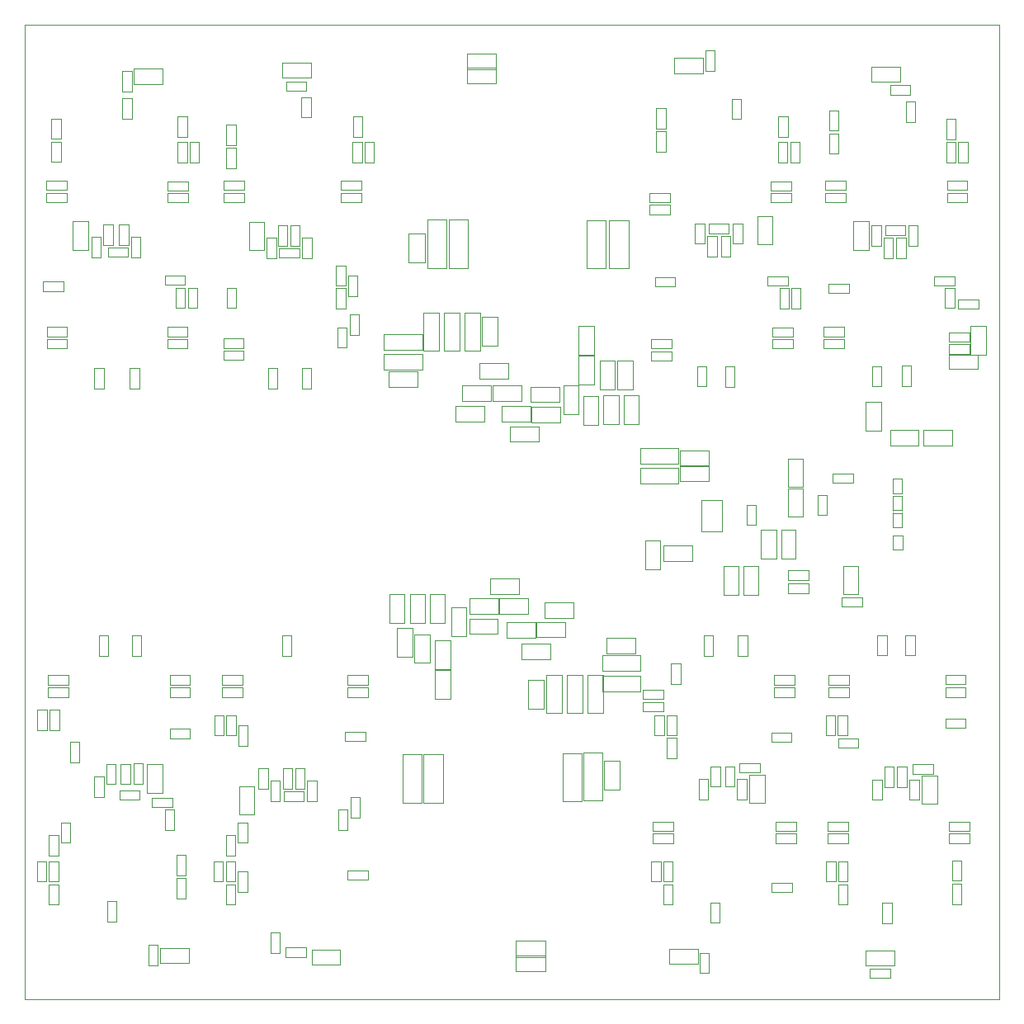
<source format=gbr>
G04 (created by PCBNEW (2013-mar-13)-testing) date Tue 16 Jul 2013 01:07:02 PM ICT*
%MOIN*%
G04 Gerber Fmt 3.4, Leading zero omitted, Abs format*
%FSLAX34Y34*%
G01*
G70*
G90*
G04 APERTURE LIST*
%ADD10C,0.00393701*%
%ADD11C,0.002*%
G04 APERTURE END LIST*
G54D10*
X38779Y-61023D02*
X78149Y-61023D01*
X78149Y-61023D02*
X78149Y-21653D01*
X78149Y-21653D02*
X38779Y-21653D01*
X38779Y-21653D02*
X38779Y-61023D01*
G54D11*
X56666Y-29538D02*
X56666Y-31484D01*
X55892Y-31484D02*
X55892Y-29538D01*
X55892Y-29538D02*
X56666Y-29538D01*
X56666Y-31484D02*
X55892Y-31484D01*
X55800Y-29538D02*
X55800Y-31484D01*
X55026Y-31484D02*
X55026Y-29538D01*
X55026Y-29538D02*
X55800Y-29538D01*
X55800Y-31484D02*
X55026Y-31484D01*
X62237Y-29558D02*
X62237Y-31504D01*
X61463Y-31504D02*
X61463Y-29558D01*
X61463Y-29558D02*
X62237Y-29558D01*
X62237Y-31504D02*
X61463Y-31504D01*
X63162Y-29558D02*
X63162Y-31504D01*
X62388Y-31504D02*
X62388Y-29558D01*
X62388Y-29558D02*
X63162Y-29558D01*
X63162Y-31504D02*
X62388Y-31504D01*
X60498Y-53029D02*
X60498Y-51083D01*
X61272Y-51083D02*
X61272Y-53029D01*
X61272Y-53029D02*
X60498Y-53029D01*
X60498Y-51083D02*
X61272Y-51083D01*
X61325Y-53009D02*
X61325Y-51063D01*
X62099Y-51063D02*
X62099Y-53009D01*
X62099Y-53009D02*
X61325Y-53009D01*
X61325Y-51063D02*
X62099Y-51063D01*
X54888Y-53079D02*
X54888Y-51133D01*
X55662Y-51133D02*
X55662Y-53079D01*
X55662Y-53079D02*
X54888Y-53079D01*
X54888Y-51133D02*
X55662Y-51133D01*
X54042Y-53079D02*
X54042Y-51133D01*
X54816Y-51133D02*
X54816Y-53079D01*
X54816Y-53079D02*
X54042Y-53079D01*
X54042Y-51133D02*
X54816Y-51133D01*
X74215Y-41377D02*
X74215Y-41968D01*
X74215Y-41966D02*
X73835Y-41966D01*
X73835Y-41968D02*
X73835Y-41377D01*
X73835Y-41379D02*
X74215Y-41379D01*
X74215Y-40688D02*
X74215Y-41279D01*
X74215Y-41277D02*
X73835Y-41277D01*
X73835Y-41279D02*
X73835Y-40688D01*
X73835Y-40690D02*
X74215Y-40690D01*
X74225Y-42283D02*
X74225Y-42874D01*
X74225Y-42872D02*
X73845Y-42872D01*
X73845Y-42874D02*
X73845Y-42283D01*
X73845Y-42285D02*
X74225Y-42285D01*
X74215Y-40000D02*
X74215Y-40590D01*
X74215Y-40588D02*
X73835Y-40588D01*
X73835Y-40590D02*
X73835Y-40000D01*
X73835Y-40001D02*
X74215Y-40001D01*
X69894Y-42058D02*
X69894Y-43216D01*
X69894Y-43226D02*
X69337Y-43226D01*
X69337Y-43226D02*
X69337Y-42068D01*
X69337Y-42058D02*
X69894Y-42058D01*
X76113Y-34996D02*
X77271Y-34996D01*
X77281Y-34996D02*
X77281Y-35554D01*
X77281Y-35554D02*
X76123Y-35554D01*
X76113Y-35554D02*
X76113Y-34996D01*
X66099Y-42114D02*
X66099Y-40857D01*
X66099Y-40857D02*
X66951Y-40857D01*
X66951Y-40867D02*
X66951Y-42104D01*
X66951Y-42114D02*
X66099Y-42114D01*
X44338Y-24048D02*
X43180Y-24048D01*
X43180Y-24048D02*
X43180Y-23431D01*
X43180Y-23431D02*
X44338Y-23431D01*
X44338Y-23431D02*
X44338Y-24048D01*
X50332Y-23802D02*
X49174Y-23802D01*
X49174Y-23802D02*
X49174Y-23185D01*
X49174Y-23185D02*
X50332Y-23185D01*
X50332Y-23185D02*
X50332Y-23802D01*
X48448Y-29617D02*
X48448Y-30775D01*
X48448Y-30775D02*
X47831Y-30775D01*
X47831Y-30775D02*
X47831Y-29617D01*
X47831Y-29617D02*
X48448Y-29617D01*
X41331Y-29598D02*
X41331Y-30756D01*
X41331Y-30756D02*
X40715Y-30756D01*
X40715Y-30756D02*
X40715Y-29598D01*
X40715Y-29598D02*
X41331Y-29598D01*
X43707Y-52695D02*
X43707Y-51537D01*
X43707Y-51537D02*
X44324Y-51537D01*
X44324Y-51537D02*
X44324Y-52695D01*
X44324Y-52695D02*
X43707Y-52695D01*
X47437Y-53571D02*
X47437Y-52413D01*
X47437Y-52413D02*
X48054Y-52413D01*
X48054Y-52413D02*
X48054Y-53571D01*
X48054Y-53571D02*
X47437Y-53571D01*
X45391Y-59570D02*
X44233Y-59570D01*
X44233Y-59570D02*
X44233Y-58953D01*
X44233Y-58953D02*
X45391Y-58953D01*
X45391Y-58953D02*
X45391Y-59570D01*
X51523Y-59629D02*
X50365Y-59629D01*
X50365Y-59629D02*
X50365Y-59012D01*
X50365Y-59012D02*
X51523Y-59012D01*
X51523Y-59012D02*
X51523Y-59629D01*
X64814Y-58992D02*
X65972Y-58992D01*
X65972Y-58992D02*
X65972Y-59609D01*
X65972Y-59609D02*
X64814Y-59609D01*
X64814Y-59609D02*
X64814Y-58992D01*
X72747Y-59051D02*
X73905Y-59051D01*
X73905Y-59051D02*
X73905Y-59668D01*
X73905Y-59668D02*
X72747Y-59668D01*
X72747Y-59668D02*
X72747Y-59051D01*
X68057Y-53108D02*
X68057Y-51950D01*
X68057Y-51950D02*
X68674Y-51950D01*
X68674Y-51950D02*
X68674Y-53108D01*
X68674Y-53108D02*
X68057Y-53108D01*
X75016Y-53138D02*
X75016Y-51980D01*
X75016Y-51980D02*
X75633Y-51980D01*
X75633Y-51980D02*
X75633Y-53138D01*
X75633Y-53138D02*
X75016Y-53138D01*
X68989Y-29381D02*
X68989Y-30539D01*
X68989Y-30539D02*
X68372Y-30539D01*
X68372Y-30539D02*
X68372Y-29381D01*
X68372Y-29381D02*
X68989Y-29381D01*
X72867Y-29598D02*
X72867Y-30756D01*
X72867Y-30756D02*
X72250Y-30756D01*
X72250Y-30756D02*
X72250Y-29598D01*
X72250Y-29598D02*
X72867Y-29598D01*
X65021Y-22998D02*
X66179Y-22998D01*
X66179Y-22998D02*
X66179Y-23615D01*
X66179Y-23615D02*
X65021Y-23615D01*
X65021Y-23615D02*
X65021Y-22998D01*
X72974Y-23353D02*
X74132Y-23353D01*
X74132Y-23353D02*
X74132Y-23969D01*
X74132Y-23969D02*
X72974Y-23969D01*
X72974Y-23969D02*
X72974Y-23353D01*
X59091Y-49279D02*
X59091Y-48121D01*
X59091Y-48121D02*
X59727Y-48121D01*
X59727Y-48131D02*
X59727Y-49289D01*
X59727Y-49289D02*
X59091Y-49289D01*
X57240Y-34634D02*
X57240Y-33476D01*
X57240Y-33476D02*
X57877Y-33476D01*
X57877Y-33485D02*
X57877Y-34643D01*
X57877Y-34643D02*
X57240Y-34643D01*
X53476Y-35666D02*
X54634Y-35666D01*
X54634Y-35666D02*
X54634Y-36302D01*
X54624Y-36302D02*
X53466Y-36302D01*
X53466Y-36302D02*
X53466Y-35666D01*
X57803Y-24034D02*
X56645Y-24034D01*
X56645Y-24034D02*
X56645Y-23398D01*
X56655Y-23398D02*
X57813Y-23398D01*
X57813Y-23398D02*
X57813Y-24034D01*
X57803Y-23475D02*
X56645Y-23475D01*
X56645Y-23475D02*
X56645Y-22839D01*
X56655Y-22839D02*
X57813Y-22839D01*
X57813Y-22839D02*
X57813Y-23475D01*
X58633Y-58677D02*
X59791Y-58677D01*
X59791Y-58677D02*
X59791Y-59314D01*
X59781Y-59314D02*
X58623Y-59314D01*
X58623Y-59314D02*
X58623Y-58677D01*
X58633Y-59268D02*
X59791Y-59268D01*
X59791Y-59268D02*
X59791Y-59904D01*
X59781Y-59904D02*
X58623Y-59904D01*
X58623Y-59904D02*
X58623Y-59268D01*
X66386Y-39491D02*
X65228Y-39491D01*
X65228Y-39491D02*
X65228Y-38855D01*
X65237Y-38855D02*
X66395Y-38855D01*
X66395Y-38855D02*
X66395Y-39491D01*
X66386Y-40101D02*
X65228Y-40101D01*
X65228Y-40101D02*
X65228Y-39465D01*
X65237Y-39465D02*
X66395Y-39465D01*
X66395Y-39465D02*
X66395Y-40101D01*
X64578Y-42693D02*
X65736Y-42693D01*
X65736Y-42693D02*
X65736Y-43329D01*
X65726Y-43329D02*
X64568Y-43329D01*
X64568Y-43329D02*
X64568Y-42693D01*
X57940Y-44840D02*
X59098Y-44840D01*
X59098Y-44840D02*
X59098Y-45477D01*
X59088Y-45477D02*
X57930Y-45477D01*
X57930Y-45477D02*
X57930Y-44840D01*
X57909Y-45469D02*
X56751Y-45469D01*
X56751Y-45469D02*
X56751Y-44832D01*
X56760Y-44832D02*
X57918Y-44832D01*
X57918Y-44832D02*
X57918Y-45469D01*
X53796Y-47193D02*
X53796Y-46035D01*
X53796Y-46035D02*
X54432Y-46035D01*
X54432Y-46045D02*
X54432Y-47203D01*
X54432Y-47203D02*
X53796Y-47203D01*
X62181Y-52557D02*
X62181Y-51399D01*
X62181Y-51399D02*
X62818Y-51399D01*
X62818Y-51409D02*
X62818Y-52567D01*
X62818Y-52567D02*
X62181Y-52567D01*
X58854Y-46666D02*
X60012Y-46666D01*
X60012Y-46666D02*
X60012Y-47303D01*
X60002Y-47303D02*
X58844Y-47303D01*
X58844Y-47303D02*
X58844Y-46666D01*
X62295Y-46414D02*
X63453Y-46414D01*
X63453Y-46414D02*
X63453Y-47050D01*
X63443Y-47050D02*
X62285Y-47050D01*
X62285Y-47050D02*
X62285Y-46414D01*
X58243Y-45784D02*
X59401Y-45784D01*
X59401Y-45784D02*
X59401Y-46421D01*
X59391Y-46421D02*
X58233Y-46421D01*
X58233Y-46421D02*
X58233Y-45784D01*
X55963Y-47753D02*
X55963Y-48911D01*
X55963Y-48911D02*
X55326Y-48911D01*
X55326Y-48901D02*
X55326Y-47743D01*
X55326Y-47743D02*
X55963Y-47743D01*
X59201Y-37693D02*
X58043Y-37693D01*
X58043Y-37693D02*
X58043Y-37056D01*
X58052Y-37056D02*
X59210Y-37056D01*
X59210Y-37056D02*
X59210Y-37693D01*
X59247Y-37103D02*
X60405Y-37103D01*
X60405Y-37103D02*
X60405Y-37740D01*
X60395Y-37740D02*
X59237Y-37740D01*
X59237Y-37740D02*
X59237Y-37103D01*
X63349Y-35247D02*
X63349Y-36405D01*
X63349Y-36405D02*
X62713Y-36405D01*
X62713Y-36395D02*
X62713Y-35237D01*
X62713Y-35237D02*
X63349Y-35237D01*
X54924Y-30090D02*
X54924Y-31248D01*
X54924Y-31248D02*
X54288Y-31248D01*
X54288Y-31238D02*
X54288Y-30080D01*
X54288Y-30080D02*
X54924Y-30080D01*
X58303Y-35953D02*
X57145Y-35953D01*
X57145Y-35953D02*
X57145Y-35316D01*
X57154Y-35316D02*
X58312Y-35316D01*
X58312Y-35316D02*
X58312Y-35953D01*
X58838Y-36866D02*
X57680Y-36866D01*
X57680Y-36866D02*
X57680Y-36229D01*
X57689Y-36229D02*
X58847Y-36229D01*
X58847Y-36229D02*
X58847Y-36866D01*
X61145Y-34978D02*
X61145Y-33820D01*
X61145Y-33820D02*
X61782Y-33820D01*
X61782Y-33829D02*
X61782Y-34987D01*
X61782Y-34987D02*
X61145Y-34987D01*
X63633Y-39563D02*
X65185Y-39563D01*
X65185Y-40199D02*
X63633Y-40199D01*
X63633Y-40199D02*
X63633Y-39563D01*
X65185Y-39563D02*
X65185Y-40199D01*
X63633Y-38756D02*
X65185Y-38756D01*
X65185Y-39392D02*
X63633Y-39392D01*
X63633Y-39392D02*
X63633Y-38756D01*
X65185Y-38756D02*
X65185Y-39392D01*
X60475Y-47924D02*
X60475Y-49476D01*
X59839Y-49476D02*
X59839Y-47924D01*
X59839Y-47924D02*
X60475Y-47924D01*
X60475Y-49476D02*
X59839Y-49476D01*
X61302Y-47924D02*
X61302Y-49476D01*
X60666Y-49476D02*
X60666Y-47924D01*
X60666Y-47924D02*
X61302Y-47924D01*
X61302Y-49476D02*
X60666Y-49476D01*
X62129Y-47924D02*
X62129Y-49476D01*
X61492Y-49476D02*
X61492Y-47924D01*
X61492Y-47924D02*
X62129Y-47924D01*
X62129Y-49476D02*
X61492Y-49476D01*
X62098Y-47949D02*
X63650Y-47949D01*
X63650Y-48585D02*
X62098Y-48585D01*
X62098Y-48585D02*
X62098Y-47949D01*
X63650Y-47949D02*
X63650Y-48585D01*
X62098Y-47122D02*
X63650Y-47122D01*
X63650Y-47759D02*
X62098Y-47759D01*
X62098Y-47759D02*
X62098Y-47122D01*
X63650Y-47122D02*
X63650Y-47759D01*
X56532Y-34831D02*
X56532Y-33279D01*
X57168Y-33279D02*
X57168Y-34831D01*
X57168Y-34831D02*
X56532Y-34831D01*
X56532Y-33279D02*
X57168Y-33279D01*
X55705Y-34831D02*
X55705Y-33279D01*
X56341Y-33279D02*
X56341Y-34831D01*
X56341Y-34831D02*
X55705Y-34831D01*
X55705Y-33279D02*
X56341Y-33279D01*
X54878Y-34831D02*
X54878Y-33279D01*
X55514Y-33279D02*
X55514Y-34831D01*
X55514Y-34831D02*
X54878Y-34831D01*
X54878Y-33279D02*
X55514Y-33279D01*
X54831Y-34806D02*
X53279Y-34806D01*
X53279Y-34170D02*
X54831Y-34170D01*
X54831Y-34170D02*
X54831Y-34806D01*
X53279Y-34806D02*
X53279Y-34170D01*
X54831Y-35593D02*
X53279Y-35593D01*
X53279Y-34957D02*
X54831Y-34957D01*
X54831Y-34957D02*
X54831Y-35593D01*
X53279Y-35593D02*
X53279Y-34957D01*
X68418Y-43535D02*
X68418Y-44693D01*
X68418Y-44693D02*
X67801Y-44693D01*
X67801Y-44693D02*
X67801Y-43535D01*
X67801Y-43535D02*
X68418Y-43535D01*
X67621Y-43535D02*
X67621Y-44693D01*
X67621Y-44693D02*
X67004Y-44693D01*
X67004Y-44693D02*
X67004Y-43535D01*
X67004Y-43535D02*
X67621Y-43535D01*
X72453Y-43515D02*
X72453Y-44673D01*
X72453Y-44673D02*
X71837Y-44673D01*
X71837Y-44673D02*
X71837Y-43515D01*
X71837Y-43515D02*
X72453Y-43515D01*
X68510Y-43226D02*
X68510Y-42068D01*
X68510Y-42068D02*
X69127Y-42068D01*
X69127Y-42068D02*
X69127Y-43226D01*
X69127Y-43226D02*
X68510Y-43226D01*
X76975Y-34988D02*
X76975Y-33830D01*
X76975Y-33830D02*
X77591Y-33830D01*
X77591Y-33830D02*
X77591Y-34988D01*
X77591Y-34988D02*
X76975Y-34988D01*
X73359Y-36901D02*
X73359Y-38059D01*
X73359Y-38059D02*
X72742Y-38059D01*
X72742Y-38059D02*
X72742Y-36901D01*
X72742Y-36901D02*
X73359Y-36901D01*
X75070Y-38038D02*
X76228Y-38038D01*
X76228Y-38038D02*
X76228Y-38654D01*
X76228Y-38654D02*
X75070Y-38654D01*
X75070Y-38654D02*
X75070Y-38038D01*
X74890Y-38654D02*
X73732Y-38654D01*
X73732Y-38654D02*
X73732Y-38038D01*
X73732Y-38038D02*
X74890Y-38038D01*
X74890Y-38038D02*
X74890Y-38654D01*
X70219Y-39184D02*
X70219Y-40342D01*
X70219Y-40342D02*
X69603Y-40342D01*
X69603Y-40342D02*
X69603Y-39184D01*
X69603Y-39184D02*
X70219Y-39184D01*
X70219Y-40385D02*
X70219Y-41543D01*
X70219Y-41543D02*
X69603Y-41543D01*
X69603Y-41543D02*
X69603Y-40385D01*
X69603Y-40385D02*
X70219Y-40385D01*
X64442Y-42491D02*
X64442Y-43649D01*
X64442Y-43649D02*
X63825Y-43649D01*
X63825Y-43649D02*
X63825Y-42491D01*
X63825Y-42491D02*
X64442Y-42491D01*
X56611Y-45194D02*
X56611Y-46352D01*
X56611Y-46352D02*
X55994Y-46352D01*
X55994Y-46352D02*
X55994Y-45194D01*
X55994Y-45194D02*
X56611Y-45194D01*
X54521Y-47438D02*
X54521Y-46280D01*
X54521Y-46280D02*
X55138Y-46280D01*
X55138Y-46280D02*
X55138Y-47438D01*
X55138Y-47438D02*
X54521Y-47438D01*
X54324Y-45824D02*
X54324Y-44666D01*
X54324Y-44666D02*
X54941Y-44666D01*
X54941Y-44666D02*
X54941Y-45824D01*
X54941Y-45824D02*
X54324Y-45824D01*
X57574Y-44031D02*
X58732Y-44031D01*
X58732Y-44031D02*
X58732Y-44648D01*
X58732Y-44648D02*
X57574Y-44648D01*
X57574Y-44648D02*
X57574Y-44031D01*
X54119Y-44662D02*
X54119Y-45820D01*
X54119Y-45820D02*
X53502Y-45820D01*
X53502Y-45820D02*
X53502Y-44662D01*
X53502Y-44662D02*
X54119Y-44662D01*
X55131Y-45824D02*
X55131Y-44666D01*
X55131Y-44666D02*
X55748Y-44666D01*
X55748Y-44666D02*
X55748Y-45824D01*
X55748Y-45824D02*
X55131Y-45824D01*
X55961Y-46532D02*
X55961Y-47690D01*
X55961Y-47690D02*
X55344Y-47690D01*
X55344Y-47690D02*
X55344Y-46532D01*
X55344Y-46532D02*
X55961Y-46532D01*
X59779Y-44995D02*
X60937Y-44995D01*
X60937Y-44995D02*
X60937Y-45612D01*
X60937Y-45612D02*
X59779Y-45612D01*
X59779Y-45612D02*
X59779Y-44995D01*
X59440Y-45794D02*
X60598Y-45794D01*
X60598Y-45794D02*
X60598Y-46411D01*
X60598Y-46411D02*
X59440Y-46411D01*
X59440Y-46411D02*
X59440Y-45794D01*
X57890Y-46278D02*
X56732Y-46278D01*
X56732Y-46278D02*
X56732Y-45661D01*
X56732Y-45661D02*
X57890Y-45661D01*
X57890Y-45661D02*
X57890Y-46278D01*
X60525Y-37379D02*
X60525Y-36221D01*
X60525Y-36221D02*
X61142Y-36221D01*
X61142Y-36221D02*
X61142Y-37379D01*
X61142Y-37379D02*
X60525Y-37379D01*
X62615Y-35233D02*
X62615Y-36391D01*
X62615Y-36391D02*
X61998Y-36391D01*
X61998Y-36391D02*
X61998Y-35233D01*
X61998Y-35233D02*
X62615Y-35233D01*
X62772Y-36631D02*
X62772Y-37789D01*
X62772Y-37789D02*
X62155Y-37789D01*
X62155Y-37789D02*
X62155Y-36631D01*
X62155Y-36631D02*
X62772Y-36631D01*
X59543Y-38502D02*
X58385Y-38502D01*
X58385Y-38502D02*
X58385Y-37885D01*
X58385Y-37885D02*
X59543Y-37885D01*
X59543Y-37885D02*
X59543Y-38502D01*
X62958Y-37793D02*
X62958Y-36635D01*
X62958Y-36635D02*
X63575Y-36635D01*
X63575Y-36635D02*
X63575Y-37793D01*
X63575Y-37793D02*
X62958Y-37793D01*
X61953Y-36662D02*
X61953Y-37820D01*
X61953Y-37820D02*
X61336Y-37820D01*
X61336Y-37820D02*
X61336Y-36662D01*
X61336Y-36662D02*
X61953Y-36662D01*
X61147Y-36186D02*
X61147Y-35028D01*
X61147Y-35028D02*
X61764Y-35028D01*
X61764Y-35028D02*
X61764Y-36186D01*
X61764Y-36186D02*
X61147Y-36186D01*
X57327Y-37683D02*
X56169Y-37683D01*
X56169Y-37683D02*
X56169Y-37066D01*
X56169Y-37066D02*
X57327Y-37066D01*
X57327Y-37066D02*
X57327Y-37683D01*
X57606Y-36856D02*
X56448Y-36856D01*
X56448Y-36856D02*
X56448Y-36239D01*
X56448Y-36239D02*
X57606Y-36239D01*
X57606Y-36239D02*
X57606Y-36856D01*
X59220Y-36287D02*
X60378Y-36287D01*
X60378Y-36287D02*
X60378Y-36904D01*
X60378Y-36904D02*
X59220Y-36904D01*
X59220Y-36904D02*
X59220Y-36287D01*
X71184Y-40651D02*
X71184Y-41474D01*
X71184Y-41474D02*
X70804Y-41474D01*
X70804Y-41474D02*
X70804Y-40651D01*
X70804Y-40651D02*
X71184Y-40651D01*
X71773Y-44780D02*
X72596Y-44780D01*
X72596Y-44780D02*
X72596Y-45160D01*
X72596Y-45160D02*
X71773Y-45160D01*
X71773Y-45160D02*
X71773Y-44780D01*
X69617Y-44239D02*
X70441Y-44239D01*
X70441Y-44239D02*
X70441Y-44619D01*
X70441Y-44619D02*
X69617Y-44619D01*
X69617Y-44619D02*
X69617Y-44239D01*
X43556Y-51507D02*
X43556Y-52330D01*
X43556Y-52330D02*
X43176Y-52330D01*
X43176Y-52330D02*
X43176Y-51507D01*
X43176Y-51507D02*
X43556Y-51507D01*
X49233Y-52644D02*
X50057Y-52644D01*
X50057Y-52644D02*
X50057Y-53024D01*
X50057Y-53024D02*
X49233Y-53024D01*
X49233Y-53024D02*
X49233Y-52644D01*
X44156Y-58830D02*
X44156Y-59653D01*
X44156Y-59653D02*
X43776Y-59653D01*
X43776Y-59653D02*
X43776Y-58830D01*
X43776Y-58830D02*
X44156Y-58830D01*
X50145Y-59314D02*
X49322Y-59314D01*
X49322Y-59314D02*
X49322Y-58934D01*
X49322Y-58934D02*
X50145Y-58934D01*
X50145Y-58934D02*
X50145Y-59314D01*
X68462Y-51863D02*
X67639Y-51863D01*
X67639Y-51863D02*
X67639Y-51483D01*
X67639Y-51483D02*
X68462Y-51483D01*
X68462Y-51483D02*
X68462Y-51863D01*
X75460Y-51922D02*
X74637Y-51922D01*
X74637Y-51922D02*
X74637Y-51542D01*
X74637Y-51542D02*
X75460Y-51542D01*
X75460Y-51542D02*
X75460Y-51922D01*
X66410Y-59155D02*
X66410Y-59978D01*
X66410Y-59978D02*
X66030Y-59978D01*
X66030Y-59978D02*
X66030Y-59155D01*
X66030Y-59155D02*
X66410Y-59155D01*
X73738Y-60170D02*
X72915Y-60170D01*
X72915Y-60170D02*
X72915Y-59790D01*
X72915Y-59790D02*
X73738Y-59790D01*
X73738Y-59790D02*
X73738Y-60170D01*
X73525Y-29770D02*
X74348Y-29770D01*
X74348Y-29770D02*
X74348Y-30150D01*
X74348Y-30150D02*
X73525Y-30150D01*
X73525Y-30150D02*
X73525Y-29770D01*
X67222Y-30091D02*
X66399Y-30091D01*
X66399Y-30091D02*
X66399Y-29711D01*
X66399Y-29711D02*
X67222Y-29711D01*
X67222Y-29711D02*
X67222Y-30091D01*
X73732Y-24111D02*
X74555Y-24111D01*
X74555Y-24111D02*
X74555Y-24491D01*
X74555Y-24491D02*
X73732Y-24491D01*
X73732Y-24491D02*
X73732Y-24111D01*
X66266Y-23512D02*
X66266Y-22688D01*
X66266Y-22688D02*
X66646Y-22688D01*
X66646Y-22688D02*
X66646Y-23512D01*
X66646Y-23512D02*
X66266Y-23512D01*
X49880Y-31075D02*
X49056Y-31075D01*
X49056Y-31075D02*
X49056Y-30695D01*
X49056Y-30695D02*
X49880Y-30695D01*
X49880Y-30695D02*
X49880Y-31075D01*
X42127Y-30656D02*
X42951Y-30656D01*
X42951Y-30656D02*
X42951Y-31036D01*
X42951Y-31036D02*
X42127Y-31036D01*
X42127Y-31036D02*
X42127Y-30656D01*
X49332Y-23963D02*
X50155Y-23963D01*
X50155Y-23963D02*
X50155Y-24343D01*
X50155Y-24343D02*
X49332Y-24343D01*
X49332Y-24343D02*
X49332Y-23963D01*
X43103Y-23525D02*
X43103Y-24348D01*
X43103Y-24348D02*
X42723Y-24348D01*
X42723Y-24348D02*
X42723Y-23525D01*
X42723Y-23525D02*
X43103Y-23525D01*
X68319Y-41045D02*
X68319Y-41868D01*
X68319Y-41868D02*
X67939Y-41868D01*
X67939Y-41868D02*
X67939Y-41045D01*
X67939Y-41045D02*
X68319Y-41045D01*
X71409Y-39780D02*
X72232Y-39780D01*
X72232Y-39780D02*
X72232Y-40160D01*
X72232Y-40160D02*
X71409Y-40160D01*
X71409Y-40160D02*
X71409Y-39780D01*
X41758Y-47163D02*
X41758Y-46340D01*
X41758Y-46340D02*
X42138Y-46340D01*
X42138Y-46340D02*
X42138Y-47163D01*
X42138Y-47163D02*
X41758Y-47163D01*
X40987Y-50631D02*
X40987Y-51454D01*
X40987Y-51454D02*
X40607Y-51454D01*
X40607Y-51454D02*
X40607Y-50631D01*
X40607Y-50631D02*
X40987Y-50631D01*
X40529Y-48812D02*
X39706Y-48812D01*
X39706Y-48812D02*
X39706Y-48432D01*
X39706Y-48432D02*
X40529Y-48432D01*
X40529Y-48432D02*
X40529Y-48812D01*
X43423Y-52975D02*
X42600Y-52975D01*
X42600Y-52975D02*
X42600Y-52595D01*
X42600Y-52595D02*
X43423Y-52595D01*
X43423Y-52595D02*
X43423Y-52975D01*
X44627Y-48432D02*
X45451Y-48432D01*
X45451Y-48432D02*
X45451Y-48812D01*
X45451Y-48812D02*
X44627Y-48812D01*
X44627Y-48812D02*
X44627Y-48432D01*
X44627Y-50105D02*
X45451Y-50105D01*
X45451Y-50105D02*
X45451Y-50485D01*
X45451Y-50485D02*
X44627Y-50485D01*
X44627Y-50485D02*
X44627Y-50105D01*
X43024Y-51517D02*
X43024Y-52340D01*
X43024Y-52340D02*
X42644Y-52340D01*
X42644Y-52340D02*
X42644Y-51517D01*
X42644Y-51517D02*
X43024Y-51517D01*
X42453Y-51517D02*
X42453Y-52340D01*
X42453Y-52340D02*
X42073Y-52340D01*
X42073Y-52340D02*
X42073Y-51517D01*
X42073Y-51517D02*
X42453Y-51517D01*
X40160Y-49322D02*
X40160Y-50145D01*
X40160Y-50145D02*
X39780Y-50145D01*
X39780Y-50145D02*
X39780Y-49322D01*
X39780Y-49322D02*
X40160Y-49322D01*
X40529Y-48319D02*
X39706Y-48319D01*
X39706Y-48319D02*
X39706Y-47939D01*
X39706Y-47939D02*
X40529Y-47939D01*
X40529Y-47939D02*
X40529Y-48319D01*
X44627Y-47939D02*
X45451Y-47939D01*
X45451Y-47939D02*
X45451Y-48319D01*
X45451Y-48319D02*
X44627Y-48319D01*
X44627Y-48319D02*
X44627Y-47939D01*
X51704Y-50213D02*
X52527Y-50213D01*
X52527Y-50213D02*
X52527Y-50593D01*
X52527Y-50593D02*
X51704Y-50593D01*
X51704Y-50593D02*
X51704Y-50213D01*
X47577Y-48812D02*
X46753Y-48812D01*
X46753Y-48812D02*
X46753Y-48432D01*
X46753Y-48432D02*
X47577Y-48432D01*
X47577Y-48432D02*
X47577Y-48812D01*
X48595Y-51704D02*
X48595Y-52527D01*
X48595Y-52527D02*
X48215Y-52527D01*
X48215Y-52527D02*
X48215Y-51704D01*
X48215Y-51704D02*
X48595Y-51704D01*
X49160Y-47163D02*
X49160Y-46340D01*
X49160Y-46340D02*
X49540Y-46340D01*
X49540Y-46340D02*
X49540Y-47163D01*
X49540Y-47163D02*
X49160Y-47163D01*
X51812Y-48432D02*
X52636Y-48432D01*
X52636Y-48432D02*
X52636Y-48812D01*
X52636Y-48812D02*
X51812Y-48812D01*
X51812Y-48812D02*
X51812Y-48432D01*
X47788Y-49962D02*
X47788Y-50785D01*
X47788Y-50785D02*
X47408Y-50785D01*
X47408Y-50785D02*
X47408Y-49962D01*
X47408Y-49962D02*
X47788Y-49962D01*
X50071Y-51694D02*
X50071Y-52517D01*
X50071Y-52517D02*
X49691Y-52517D01*
X49691Y-52517D02*
X49691Y-51694D01*
X49691Y-51694D02*
X50071Y-51694D01*
X49579Y-51694D02*
X49579Y-52517D01*
X49579Y-52517D02*
X49199Y-52517D01*
X49199Y-52517D02*
X49199Y-51694D01*
X49199Y-51694D02*
X49579Y-51694D01*
X47296Y-49548D02*
X47296Y-50372D01*
X47296Y-50372D02*
X46916Y-50372D01*
X46916Y-50372D02*
X46916Y-49548D01*
X46916Y-49548D02*
X47296Y-49548D01*
X47577Y-48319D02*
X46753Y-48319D01*
X46753Y-48319D02*
X46753Y-47939D01*
X46753Y-47939D02*
X47577Y-47939D01*
X47577Y-47939D02*
X47577Y-48319D01*
X51812Y-47939D02*
X52636Y-47939D01*
X52636Y-47939D02*
X52636Y-48319D01*
X52636Y-48319D02*
X51812Y-48319D01*
X51812Y-48319D02*
X51812Y-47939D01*
X42473Y-57058D02*
X42473Y-57882D01*
X42473Y-57882D02*
X42093Y-57882D01*
X42093Y-57882D02*
X42093Y-57058D01*
X42093Y-57058D02*
X42473Y-57058D01*
X39750Y-57203D02*
X39750Y-56379D01*
X39750Y-56379D02*
X40130Y-56379D01*
X40130Y-56379D02*
X40130Y-57203D01*
X40130Y-57203D02*
X39750Y-57203D01*
X39750Y-55214D02*
X39750Y-54391D01*
X39750Y-54391D02*
X40130Y-54391D01*
X40130Y-54391D02*
X40130Y-55214D01*
X40130Y-55214D02*
X39750Y-55214D01*
X41581Y-52852D02*
X41581Y-52029D01*
X41581Y-52029D02*
X41961Y-52029D01*
X41961Y-52029D02*
X41961Y-52852D01*
X41961Y-52852D02*
X41581Y-52852D01*
X43909Y-52890D02*
X44732Y-52890D01*
X44732Y-52890D02*
X44732Y-53270D01*
X44732Y-53270D02*
X43909Y-53270D01*
X43909Y-53270D02*
X43909Y-52890D01*
X43097Y-47163D02*
X43097Y-46340D01*
X43097Y-46340D02*
X43477Y-46340D01*
X43477Y-46340D02*
X43477Y-47163D01*
X43477Y-47163D02*
X43097Y-47163D01*
X44908Y-56947D02*
X44908Y-56123D01*
X44908Y-56123D02*
X45288Y-56123D01*
X45288Y-56123D02*
X45288Y-56947D01*
X45288Y-56947D02*
X44908Y-56947D01*
X45288Y-55198D02*
X45288Y-56021D01*
X45288Y-56021D02*
X44908Y-56021D01*
X44908Y-56021D02*
X44908Y-55198D01*
X44908Y-55198D02*
X45288Y-55198D01*
X40130Y-55454D02*
X40130Y-56277D01*
X40130Y-56277D02*
X39750Y-56277D01*
X39750Y-56277D02*
X39750Y-55454D01*
X39750Y-55454D02*
X40130Y-55454D01*
X40623Y-53879D02*
X40623Y-54703D01*
X40623Y-54703D02*
X40243Y-54703D01*
X40243Y-54703D02*
X40243Y-53879D01*
X40243Y-53879D02*
X40623Y-53879D01*
X44432Y-54191D02*
X44432Y-53367D01*
X44432Y-53367D02*
X44812Y-53367D01*
X44812Y-53367D02*
X44812Y-54191D01*
X44812Y-54191D02*
X44432Y-54191D01*
X51822Y-55823D02*
X52645Y-55823D01*
X52645Y-55823D02*
X52645Y-56203D01*
X52645Y-56203D02*
X51822Y-56203D01*
X51822Y-56203D02*
X51822Y-55823D01*
X46896Y-57203D02*
X46896Y-56379D01*
X46896Y-56379D02*
X47276Y-56379D01*
X47276Y-56379D02*
X47276Y-57203D01*
X47276Y-57203D02*
X46896Y-57203D01*
X46896Y-55214D02*
X46896Y-54391D01*
X46896Y-54391D02*
X47276Y-54391D01*
X47276Y-54391D02*
X47276Y-55214D01*
X47276Y-55214D02*
X46896Y-55214D01*
X50184Y-53029D02*
X50184Y-52206D01*
X50184Y-52206D02*
X50564Y-52206D01*
X50564Y-52206D02*
X50564Y-53029D01*
X50564Y-53029D02*
X50184Y-53029D01*
X52315Y-52856D02*
X52315Y-53679D01*
X52315Y-53679D02*
X51935Y-53679D01*
X51935Y-53679D02*
X51935Y-52856D01*
X51935Y-52856D02*
X52315Y-52856D01*
X47768Y-55867D02*
X47768Y-56691D01*
X47768Y-56691D02*
X47388Y-56691D01*
X47388Y-56691D02*
X47388Y-55867D01*
X47388Y-55867D02*
X47768Y-55867D01*
X48707Y-53029D02*
X48707Y-52206D01*
X48707Y-52206D02*
X49087Y-52206D01*
X49087Y-52206D02*
X49087Y-53029D01*
X49087Y-53029D02*
X48707Y-53029D01*
X49077Y-58338D02*
X49077Y-59161D01*
X49077Y-59161D02*
X48697Y-59161D01*
X48697Y-59161D02*
X48697Y-58338D01*
X48697Y-58338D02*
X49077Y-58338D01*
X47276Y-55454D02*
X47276Y-56277D01*
X47276Y-56277D02*
X46896Y-56277D01*
X46896Y-56277D02*
X46896Y-55454D01*
X46896Y-55454D02*
X47276Y-55454D01*
X47768Y-53879D02*
X47768Y-54703D01*
X47768Y-54703D02*
X47388Y-54703D01*
X47388Y-54703D02*
X47388Y-53879D01*
X47388Y-53879D02*
X47768Y-53879D01*
X51443Y-54191D02*
X51443Y-53367D01*
X51443Y-53367D02*
X51823Y-53367D01*
X51823Y-53367D02*
X51823Y-54191D01*
X51823Y-54191D02*
X51443Y-54191D01*
X67546Y-52951D02*
X67546Y-52127D01*
X67546Y-52127D02*
X67926Y-52127D01*
X67926Y-52127D02*
X67926Y-52951D01*
X67926Y-52951D02*
X67546Y-52951D01*
X64565Y-48910D02*
X63741Y-48910D01*
X63741Y-48910D02*
X63741Y-48530D01*
X63741Y-48530D02*
X64565Y-48530D01*
X64565Y-48530D02*
X64565Y-48910D01*
X67585Y-47163D02*
X67585Y-46340D01*
X67585Y-46340D02*
X67965Y-46340D01*
X67965Y-46340D02*
X67965Y-47163D01*
X67965Y-47163D02*
X67585Y-47163D01*
X66207Y-47163D02*
X66207Y-46340D01*
X66207Y-46340D02*
X66587Y-46340D01*
X66587Y-46340D02*
X66587Y-47163D01*
X66587Y-47163D02*
X66207Y-47163D01*
X69037Y-48432D02*
X69860Y-48432D01*
X69860Y-48432D02*
X69860Y-48812D01*
X69860Y-48812D02*
X69037Y-48812D01*
X69037Y-48812D02*
X69037Y-48432D01*
X64711Y-51297D02*
X64711Y-50474D01*
X64711Y-50474D02*
X65091Y-50474D01*
X65091Y-50474D02*
X65091Y-51297D01*
X65091Y-51297D02*
X64711Y-51297D01*
X67453Y-51615D02*
X67453Y-52439D01*
X67453Y-52439D02*
X67073Y-52439D01*
X67073Y-52439D02*
X67073Y-51615D01*
X67073Y-51615D02*
X67453Y-51615D01*
X66863Y-51615D02*
X66863Y-52439D01*
X66863Y-52439D02*
X66483Y-52439D01*
X66483Y-52439D02*
X66483Y-51615D01*
X66483Y-51615D02*
X66863Y-51615D01*
X65091Y-49548D02*
X65091Y-50372D01*
X65091Y-50372D02*
X64711Y-50372D01*
X64711Y-50372D02*
X64711Y-49548D01*
X64711Y-49548D02*
X65091Y-49548D01*
X64888Y-48285D02*
X64888Y-47462D01*
X64888Y-47462D02*
X65268Y-47462D01*
X65268Y-47462D02*
X65268Y-48285D01*
X65268Y-48285D02*
X64888Y-48285D01*
X69037Y-47939D02*
X69860Y-47939D01*
X69860Y-47939D02*
X69860Y-48319D01*
X69860Y-48319D02*
X69037Y-48319D01*
X69037Y-48319D02*
X69037Y-47939D01*
X74514Y-52970D02*
X74514Y-52147D01*
X74514Y-52147D02*
X74894Y-52147D01*
X74894Y-52147D02*
X74894Y-52970D01*
X74894Y-52970D02*
X74514Y-52970D01*
X74357Y-47143D02*
X74357Y-46320D01*
X74357Y-46320D02*
X74737Y-46320D01*
X74737Y-46320D02*
X74737Y-47143D01*
X74737Y-47143D02*
X74357Y-47143D01*
X72065Y-48812D02*
X71241Y-48812D01*
X71241Y-48812D02*
X71241Y-48432D01*
X71241Y-48432D02*
X72065Y-48432D01*
X72065Y-48432D02*
X72065Y-48812D01*
X73215Y-47143D02*
X73215Y-46320D01*
X73215Y-46320D02*
X73595Y-46320D01*
X73595Y-46320D02*
X73595Y-47143D01*
X73595Y-47143D02*
X73215Y-47143D01*
X75966Y-48432D02*
X76789Y-48432D01*
X76789Y-48432D02*
X76789Y-48812D01*
X76789Y-48812D02*
X75966Y-48812D01*
X75966Y-48812D02*
X75966Y-48432D01*
X72449Y-50859D02*
X71625Y-50859D01*
X71625Y-50859D02*
X71625Y-50479D01*
X71625Y-50479D02*
X72449Y-50479D01*
X72449Y-50479D02*
X72449Y-50859D01*
X74402Y-51635D02*
X74402Y-52458D01*
X74402Y-52458D02*
X74022Y-52458D01*
X74022Y-52458D02*
X74022Y-51635D01*
X74022Y-51635D02*
X74402Y-51635D01*
X73890Y-51635D02*
X73890Y-52458D01*
X73890Y-52458D02*
X73510Y-52458D01*
X73510Y-52458D02*
X73510Y-51635D01*
X73510Y-51635D02*
X73890Y-51635D01*
X72001Y-49548D02*
X72001Y-50372D01*
X72001Y-50372D02*
X71621Y-50372D01*
X71621Y-50372D02*
X71621Y-49548D01*
X71621Y-49548D02*
X72001Y-49548D01*
X72065Y-48319D02*
X71241Y-48319D01*
X71241Y-48319D02*
X71241Y-47939D01*
X71241Y-47939D02*
X72065Y-47939D01*
X72065Y-47939D02*
X72065Y-48319D01*
X75966Y-47920D02*
X76789Y-47920D01*
X76789Y-47920D02*
X76789Y-48300D01*
X76789Y-48300D02*
X75966Y-48300D01*
X75966Y-48300D02*
X75966Y-47920D01*
X68948Y-56315D02*
X69771Y-56315D01*
X69771Y-56315D02*
X69771Y-56695D01*
X69771Y-56695D02*
X68948Y-56695D01*
X68948Y-56695D02*
X68948Y-56315D01*
X64565Y-49402D02*
X63741Y-49402D01*
X63741Y-49402D02*
X63741Y-49022D01*
X63741Y-49022D02*
X64565Y-49022D01*
X64565Y-49022D02*
X64565Y-49402D01*
X64958Y-54717D02*
X64135Y-54717D01*
X64135Y-54717D02*
X64135Y-54337D01*
X64135Y-54337D02*
X64958Y-54337D01*
X64958Y-54337D02*
X64958Y-54717D01*
X65991Y-52951D02*
X65991Y-52127D01*
X65991Y-52127D02*
X66371Y-52127D01*
X66371Y-52127D02*
X66371Y-52951D01*
X66371Y-52951D02*
X65991Y-52951D01*
X69115Y-54337D02*
X69939Y-54337D01*
X69939Y-54337D02*
X69939Y-54717D01*
X69939Y-54717D02*
X69115Y-54717D01*
X69115Y-54717D02*
X69115Y-54337D01*
X64573Y-57203D02*
X64573Y-56379D01*
X64573Y-56379D02*
X64953Y-56379D01*
X64953Y-56379D02*
X64953Y-57203D01*
X64953Y-57203D02*
X64573Y-57203D01*
X68928Y-50252D02*
X69752Y-50252D01*
X69752Y-50252D02*
X69752Y-50632D01*
X69752Y-50632D02*
X68928Y-50632D01*
X68928Y-50632D02*
X68928Y-50252D01*
X66839Y-57119D02*
X66839Y-57943D01*
X66839Y-57943D02*
X66459Y-57943D01*
X66459Y-57943D02*
X66459Y-57119D01*
X66459Y-57119D02*
X66839Y-57119D01*
X64953Y-55454D02*
X64953Y-56277D01*
X64953Y-56277D02*
X64573Y-56277D01*
X64573Y-56277D02*
X64573Y-55454D01*
X64573Y-55454D02*
X64953Y-55454D01*
X64958Y-54225D02*
X64135Y-54225D01*
X64135Y-54225D02*
X64135Y-53845D01*
X64135Y-53845D02*
X64958Y-53845D01*
X64958Y-53845D02*
X64958Y-54225D01*
X69115Y-53845D02*
X69939Y-53845D01*
X69939Y-53845D02*
X69939Y-54225D01*
X69939Y-54225D02*
X69115Y-54225D01*
X69115Y-54225D02*
X69115Y-53845D01*
X73800Y-57135D02*
X73800Y-57958D01*
X73800Y-57958D02*
X73420Y-57958D01*
X73420Y-57958D02*
X73420Y-57135D01*
X73420Y-57135D02*
X73800Y-57135D01*
X76227Y-57183D02*
X76227Y-56359D01*
X76227Y-56359D02*
X76607Y-56359D01*
X76607Y-56359D02*
X76607Y-57183D01*
X76607Y-57183D02*
X76227Y-57183D01*
X72045Y-54717D02*
X71222Y-54717D01*
X71222Y-54717D02*
X71222Y-54337D01*
X71222Y-54337D02*
X72045Y-54337D01*
X72045Y-54337D02*
X72045Y-54717D01*
X73018Y-52970D02*
X73018Y-52147D01*
X73018Y-52147D02*
X73398Y-52147D01*
X73398Y-52147D02*
X73398Y-52970D01*
X73398Y-52970D02*
X73018Y-52970D01*
X76123Y-54337D02*
X76947Y-54337D01*
X76947Y-54337D02*
X76947Y-54717D01*
X76947Y-54717D02*
X76123Y-54717D01*
X76123Y-54717D02*
X76123Y-54337D01*
X71640Y-57203D02*
X71640Y-56379D01*
X71640Y-56379D02*
X72020Y-56379D01*
X72020Y-56379D02*
X72020Y-57203D01*
X72020Y-57203D02*
X71640Y-57203D01*
X76607Y-55415D02*
X76607Y-56238D01*
X76607Y-56238D02*
X76227Y-56238D01*
X76227Y-56238D02*
X76227Y-55415D01*
X76227Y-55415D02*
X76607Y-55415D01*
X75966Y-49691D02*
X76789Y-49691D01*
X76789Y-49691D02*
X76789Y-50071D01*
X76789Y-50071D02*
X75966Y-50071D01*
X75966Y-50071D02*
X75966Y-49691D01*
X72020Y-55454D02*
X72020Y-56277D01*
X72020Y-56277D02*
X71640Y-56277D01*
X71640Y-56277D02*
X71640Y-55454D01*
X71640Y-55454D02*
X72020Y-55454D01*
X72045Y-54225D02*
X71222Y-54225D01*
X71222Y-54225D02*
X71222Y-53845D01*
X71222Y-53845D02*
X72045Y-53845D01*
X72045Y-53845D02*
X72045Y-54225D01*
X76123Y-53845D02*
X76947Y-53845D01*
X76947Y-53845D02*
X76947Y-54225D01*
X76947Y-54225D02*
X76123Y-54225D01*
X76123Y-54225D02*
X76123Y-53845D01*
X73378Y-35454D02*
X73378Y-36277D01*
X73378Y-36277D02*
X72998Y-36277D01*
X72998Y-36277D02*
X72998Y-35454D01*
X72998Y-35454D02*
X73378Y-35454D01*
X76123Y-34091D02*
X76947Y-34091D01*
X76947Y-34091D02*
X76947Y-34471D01*
X76947Y-34471D02*
X76123Y-34471D01*
X76123Y-34471D02*
X76123Y-34091D01*
X67453Y-35458D02*
X67453Y-36281D01*
X67453Y-36281D02*
X67073Y-36281D01*
X67073Y-36281D02*
X67073Y-35458D01*
X67073Y-35458D02*
X67453Y-35458D01*
X74587Y-35438D02*
X74587Y-36262D01*
X74587Y-36262D02*
X74207Y-36262D01*
X74207Y-36262D02*
X74207Y-35438D01*
X74207Y-35438D02*
X74587Y-35438D01*
X71868Y-34245D02*
X71045Y-34245D01*
X71045Y-34245D02*
X71045Y-33865D01*
X71045Y-33865D02*
X71868Y-33865D01*
X71868Y-33865D02*
X71868Y-34245D01*
X73471Y-31100D02*
X73471Y-30277D01*
X73471Y-30277D02*
X73851Y-30277D01*
X73851Y-30277D02*
X73851Y-31100D01*
X73851Y-31100D02*
X73471Y-31100D01*
X73983Y-31100D02*
X73983Y-30277D01*
X73983Y-30277D02*
X74363Y-30277D01*
X74363Y-30277D02*
X74363Y-31100D01*
X74363Y-31100D02*
X73983Y-31100D01*
X75513Y-31817D02*
X76336Y-31817D01*
X76336Y-31817D02*
X76336Y-32197D01*
X76336Y-32197D02*
X75513Y-32197D01*
X75513Y-32197D02*
X75513Y-31817D01*
X75951Y-33108D02*
X75951Y-32285D01*
X75951Y-32285D02*
X76331Y-32285D01*
X76331Y-32285D02*
X76331Y-33108D01*
X76331Y-33108D02*
X75951Y-33108D01*
X76123Y-34573D02*
X76947Y-34573D01*
X76947Y-34573D02*
X76947Y-34953D01*
X76947Y-34953D02*
X76123Y-34953D01*
X76123Y-34953D02*
X76123Y-34573D01*
X71868Y-34737D02*
X71045Y-34737D01*
X71045Y-34737D02*
X71045Y-34357D01*
X71045Y-34357D02*
X71868Y-34357D01*
X71868Y-34357D02*
X71868Y-34737D01*
X68978Y-33884D02*
X69801Y-33884D01*
X69801Y-33884D02*
X69801Y-34264D01*
X69801Y-34264D02*
X68978Y-34264D01*
X68978Y-34264D02*
X68978Y-33884D01*
X65057Y-32237D02*
X64233Y-32237D01*
X64233Y-32237D02*
X64233Y-31857D01*
X64233Y-31857D02*
X65057Y-31857D01*
X65057Y-31857D02*
X65057Y-32237D01*
X66233Y-29686D02*
X66233Y-30510D01*
X66233Y-30510D02*
X65853Y-30510D01*
X65853Y-30510D02*
X65853Y-29686D01*
X65853Y-29686D02*
X66233Y-29686D01*
X68781Y-31817D02*
X69604Y-31817D01*
X69604Y-31817D02*
X69604Y-32197D01*
X69604Y-32197D02*
X68781Y-32197D01*
X68781Y-32197D02*
X68781Y-31817D01*
X64899Y-35229D02*
X64076Y-35229D01*
X64076Y-35229D02*
X64076Y-34849D01*
X64076Y-34849D02*
X64899Y-34849D01*
X64899Y-34849D02*
X64899Y-35229D01*
X66312Y-35454D02*
X66312Y-36277D01*
X66312Y-36277D02*
X65932Y-36277D01*
X65932Y-36277D02*
X65932Y-35454D01*
X65932Y-35454D02*
X66312Y-35454D01*
X66896Y-31021D02*
X66896Y-30198D01*
X66896Y-30198D02*
X67276Y-30198D01*
X67276Y-30198D02*
X67276Y-31021D01*
X67276Y-31021D02*
X66896Y-31021D01*
X66345Y-31021D02*
X66345Y-30198D01*
X66345Y-30198D02*
X66725Y-30198D01*
X66725Y-30198D02*
X66725Y-31021D01*
X66725Y-31021D02*
X66345Y-31021D01*
X69258Y-33128D02*
X69258Y-32304D01*
X69258Y-32304D02*
X69638Y-32304D01*
X69638Y-32304D02*
X69638Y-33128D01*
X69638Y-33128D02*
X69258Y-33128D01*
X68978Y-34357D02*
X69801Y-34357D01*
X69801Y-34357D02*
X69801Y-34737D01*
X69801Y-34737D02*
X68978Y-34737D01*
X68978Y-34737D02*
X68978Y-34357D01*
X64899Y-34737D02*
X64076Y-34737D01*
X64076Y-34737D02*
X64076Y-34357D01*
X64076Y-34357D02*
X64899Y-34357D01*
X64899Y-34357D02*
X64899Y-34737D01*
X71266Y-26868D02*
X71266Y-26045D01*
X71266Y-26045D02*
X71646Y-26045D01*
X71646Y-26045D02*
X71646Y-26868D01*
X71646Y-26868D02*
X71266Y-26868D01*
X76371Y-25474D02*
X76371Y-26297D01*
X76371Y-26297D02*
X75991Y-26297D01*
X75991Y-26297D02*
X75991Y-25474D01*
X75991Y-25474D02*
X76371Y-25474D01*
X76025Y-27959D02*
X76848Y-27959D01*
X76848Y-27959D02*
X76848Y-28339D01*
X76848Y-28339D02*
X76025Y-28339D01*
X76025Y-28339D02*
X76025Y-27959D01*
X74855Y-29765D02*
X74855Y-30588D01*
X74855Y-30588D02*
X74475Y-30588D01*
X74475Y-30588D02*
X74475Y-29765D01*
X74475Y-29765D02*
X74855Y-29765D01*
X71927Y-28339D02*
X71104Y-28339D01*
X71104Y-28339D02*
X71104Y-27959D01*
X71104Y-27959D02*
X71927Y-27959D01*
X71927Y-27959D02*
X71927Y-28339D01*
X71646Y-25119D02*
X71646Y-25943D01*
X71646Y-25943D02*
X71266Y-25943D01*
X71266Y-25943D02*
X71266Y-25119D01*
X71266Y-25119D02*
X71646Y-25119D01*
X73359Y-29765D02*
X73359Y-30588D01*
X73359Y-30588D02*
X72979Y-30588D01*
X72979Y-30588D02*
X72979Y-29765D01*
X72979Y-29765D02*
X73359Y-29765D01*
X74361Y-25584D02*
X74361Y-24761D01*
X74361Y-24761D02*
X74741Y-24761D01*
X74741Y-24761D02*
X74741Y-25584D01*
X74741Y-25584D02*
X74361Y-25584D01*
X75991Y-27222D02*
X75991Y-26399D01*
X75991Y-26399D02*
X76371Y-26399D01*
X76371Y-26399D02*
X76371Y-27222D01*
X76371Y-27222D02*
X75991Y-27222D01*
X76025Y-28451D02*
X76848Y-28451D01*
X76848Y-28451D02*
X76848Y-28831D01*
X76848Y-28831D02*
X76025Y-28831D01*
X76025Y-28831D02*
X76025Y-28451D01*
X71927Y-28831D02*
X71104Y-28831D01*
X71104Y-28831D02*
X71104Y-28451D01*
X71104Y-28451D02*
X71927Y-28451D01*
X71927Y-28451D02*
X71927Y-28831D01*
X64658Y-25041D02*
X64658Y-25864D01*
X64658Y-25864D02*
X64278Y-25864D01*
X64278Y-25864D02*
X64278Y-25041D01*
X64278Y-25041D02*
X64658Y-25041D01*
X68919Y-27979D02*
X69742Y-27979D01*
X69742Y-27979D02*
X69742Y-28359D01*
X69742Y-28359D02*
X68919Y-28359D01*
X68919Y-28359D02*
X68919Y-27979D01*
X69599Y-25375D02*
X69599Y-26199D01*
X69599Y-26199D02*
X69219Y-26199D01*
X69219Y-26199D02*
X69219Y-25375D01*
X69219Y-25375D02*
X69599Y-25375D01*
X67768Y-29686D02*
X67768Y-30510D01*
X67768Y-30510D02*
X67388Y-30510D01*
X67388Y-30510D02*
X67388Y-29686D01*
X67388Y-29686D02*
X67768Y-29686D01*
X72075Y-32502D02*
X71251Y-32502D01*
X71251Y-32502D02*
X71251Y-32122D01*
X71251Y-32122D02*
X72075Y-32122D01*
X72075Y-32122D02*
X72075Y-32502D01*
X64840Y-29323D02*
X64017Y-29323D01*
X64017Y-29323D02*
X64017Y-28943D01*
X64017Y-28943D02*
X64840Y-28943D01*
X64840Y-28943D02*
X64840Y-29323D01*
X64278Y-26789D02*
X64278Y-25966D01*
X64278Y-25966D02*
X64658Y-25966D01*
X64658Y-25966D02*
X64658Y-26789D01*
X64658Y-26789D02*
X64278Y-26789D01*
X67329Y-25470D02*
X67329Y-24647D01*
X67329Y-24647D02*
X67709Y-24647D01*
X67709Y-24647D02*
X67709Y-25470D01*
X67709Y-25470D02*
X67329Y-25470D01*
X69199Y-27222D02*
X69199Y-26399D01*
X69199Y-26399D02*
X69579Y-26399D01*
X69579Y-26399D02*
X69579Y-27222D01*
X69579Y-27222D02*
X69199Y-27222D01*
X68919Y-28451D02*
X69742Y-28451D01*
X69742Y-28451D02*
X69742Y-28831D01*
X69742Y-28831D02*
X68919Y-28831D01*
X68919Y-28831D02*
X68919Y-28451D01*
X64840Y-28831D02*
X64017Y-28831D01*
X64017Y-28831D02*
X64017Y-28451D01*
X64017Y-28451D02*
X64840Y-28451D01*
X64840Y-28451D02*
X64840Y-28831D01*
X46935Y-33108D02*
X46935Y-32285D01*
X46935Y-32285D02*
X47315Y-32285D01*
X47315Y-32285D02*
X47315Y-33108D01*
X47315Y-33108D02*
X46935Y-33108D01*
X49987Y-31100D02*
X49987Y-30277D01*
X49987Y-30277D02*
X50367Y-30277D01*
X50367Y-30277D02*
X50367Y-31100D01*
X50367Y-31100D02*
X49987Y-31100D01*
X48550Y-31100D02*
X48550Y-30277D01*
X48550Y-30277D02*
X48930Y-30277D01*
X48930Y-30277D02*
X48930Y-31100D01*
X48930Y-31100D02*
X48550Y-31100D01*
X52276Y-33367D02*
X52276Y-34191D01*
X52276Y-34191D02*
X51896Y-34191D01*
X51896Y-34191D02*
X51896Y-33367D01*
X51896Y-33367D02*
X52276Y-33367D01*
X49382Y-29765D02*
X49382Y-30588D01*
X49382Y-30588D02*
X49002Y-30588D01*
X49002Y-30588D02*
X49002Y-29765D01*
X49002Y-29765D02*
X49382Y-29765D01*
X48989Y-35533D02*
X48989Y-36356D01*
X48989Y-36356D02*
X48609Y-36356D01*
X48609Y-36356D02*
X48609Y-35533D01*
X48609Y-35533D02*
X48989Y-35533D01*
X47616Y-35209D02*
X46793Y-35209D01*
X46793Y-35209D02*
X46793Y-34829D01*
X46793Y-34829D02*
X47616Y-34829D01*
X47616Y-34829D02*
X47616Y-35209D01*
X51725Y-31379D02*
X51725Y-32203D01*
X51725Y-32203D02*
X51345Y-32203D01*
X51345Y-32203D02*
X51345Y-31379D01*
X51345Y-31379D02*
X51725Y-31379D01*
X51345Y-33128D02*
X51345Y-32304D01*
X51345Y-32304D02*
X51725Y-32304D01*
X51725Y-32304D02*
X51725Y-33128D01*
X51725Y-33128D02*
X51345Y-33128D01*
X51404Y-34703D02*
X51404Y-33879D01*
X51404Y-33879D02*
X51784Y-33879D01*
X51784Y-33879D02*
X51784Y-34703D01*
X51784Y-34703D02*
X51404Y-34703D01*
X47616Y-34717D02*
X46793Y-34717D01*
X46793Y-34717D02*
X46793Y-34337D01*
X46793Y-34337D02*
X47616Y-34337D01*
X47616Y-34337D02*
X47616Y-34717D01*
X43398Y-35533D02*
X43398Y-36356D01*
X43398Y-36356D02*
X43018Y-36356D01*
X43018Y-36356D02*
X43018Y-35533D01*
X43018Y-35533D02*
X43398Y-35533D01*
X43069Y-31057D02*
X43069Y-30233D01*
X43069Y-30233D02*
X43449Y-30233D01*
X43449Y-30233D02*
X43449Y-31057D01*
X43449Y-31057D02*
X43069Y-31057D01*
X41463Y-31061D02*
X41463Y-30237D01*
X41463Y-30237D02*
X41843Y-30237D01*
X41843Y-30237D02*
X41843Y-31061D01*
X41843Y-31061D02*
X41463Y-31061D01*
X44529Y-33865D02*
X45352Y-33865D01*
X45352Y-33865D02*
X45352Y-34245D01*
X45352Y-34245D02*
X44529Y-34245D01*
X44529Y-34245D02*
X44529Y-33865D01*
X41961Y-35533D02*
X41961Y-36356D01*
X41961Y-36356D02*
X41581Y-36356D01*
X41581Y-36356D02*
X41581Y-35533D01*
X41581Y-35533D02*
X41961Y-35533D01*
X40490Y-34245D02*
X39667Y-34245D01*
X39667Y-34245D02*
X39667Y-33865D01*
X39667Y-33865D02*
X40490Y-33865D01*
X40490Y-33865D02*
X40490Y-34245D01*
X44430Y-31798D02*
X45254Y-31798D01*
X45254Y-31798D02*
X45254Y-32178D01*
X45254Y-32178D02*
X44430Y-32178D01*
X44430Y-32178D02*
X44430Y-31798D01*
X40342Y-32424D02*
X39519Y-32424D01*
X39519Y-32424D02*
X39519Y-32044D01*
X39519Y-32044D02*
X40342Y-32044D01*
X40342Y-32044D02*
X40342Y-32424D01*
X44869Y-33108D02*
X44869Y-32285D01*
X44869Y-32285D02*
X45249Y-32285D01*
X45249Y-32285D02*
X45249Y-33108D01*
X45249Y-33108D02*
X44869Y-33108D01*
X40490Y-34737D02*
X39667Y-34737D01*
X39667Y-34737D02*
X39667Y-34357D01*
X39667Y-34357D02*
X40490Y-34357D01*
X40490Y-34357D02*
X40490Y-34737D01*
X44529Y-34357D02*
X45352Y-34357D01*
X45352Y-34357D02*
X45352Y-34737D01*
X45352Y-34737D02*
X44529Y-34737D01*
X44529Y-34737D02*
X44529Y-34357D01*
X49947Y-25403D02*
X49947Y-24580D01*
X49947Y-24580D02*
X50327Y-24580D01*
X50327Y-24580D02*
X50327Y-25403D01*
X50327Y-25403D02*
X49947Y-25403D01*
X46916Y-27458D02*
X46916Y-26635D01*
X46916Y-26635D02*
X47296Y-26635D01*
X47296Y-26635D02*
X47296Y-27458D01*
X47296Y-27458D02*
X46916Y-27458D01*
X52414Y-25375D02*
X52414Y-26199D01*
X52414Y-26199D02*
X52034Y-26199D01*
X52034Y-26199D02*
X52034Y-25375D01*
X52034Y-25375D02*
X52414Y-25375D01*
X50339Y-35533D02*
X50339Y-36356D01*
X50339Y-36356D02*
X49959Y-36356D01*
X49959Y-36356D02*
X49959Y-35533D01*
X49959Y-35533D02*
X50339Y-35533D01*
X51556Y-27959D02*
X52380Y-27959D01*
X52380Y-27959D02*
X52380Y-28339D01*
X52380Y-28339D02*
X51556Y-28339D01*
X51556Y-28339D02*
X51556Y-27959D01*
X49875Y-29765D02*
X49875Y-30588D01*
X49875Y-30588D02*
X49495Y-30588D01*
X49495Y-30588D02*
X49495Y-29765D01*
X49495Y-29765D02*
X49875Y-29765D01*
X47296Y-25710D02*
X47296Y-26533D01*
X47296Y-26533D02*
X46916Y-26533D01*
X46916Y-26533D02*
X46916Y-25710D01*
X46916Y-25710D02*
X47296Y-25710D01*
X47636Y-28339D02*
X46812Y-28339D01*
X46812Y-28339D02*
X46812Y-27959D01*
X46812Y-27959D02*
X47636Y-27959D01*
X47636Y-27959D02*
X47636Y-28339D01*
X52014Y-27222D02*
X52014Y-26399D01*
X52014Y-26399D02*
X52394Y-26399D01*
X52394Y-26399D02*
X52394Y-27222D01*
X52394Y-27222D02*
X52014Y-27222D01*
X47636Y-28831D02*
X46812Y-28831D01*
X46812Y-28831D02*
X46812Y-28451D01*
X46812Y-28451D02*
X47636Y-28451D01*
X47636Y-28451D02*
X47636Y-28831D01*
X51556Y-28451D02*
X52380Y-28451D01*
X52380Y-28451D02*
X52380Y-28831D01*
X52380Y-28831D02*
X51556Y-28831D01*
X51556Y-28831D02*
X51556Y-28451D01*
X39849Y-27203D02*
X39849Y-26379D01*
X39849Y-26379D02*
X40229Y-26379D01*
X40229Y-26379D02*
X40229Y-27203D01*
X40229Y-27203D02*
X39849Y-27203D01*
X42335Y-29726D02*
X42335Y-30549D01*
X42335Y-30549D02*
X41955Y-30549D01*
X41955Y-30549D02*
X41955Y-29726D01*
X41955Y-29726D02*
X42335Y-29726D01*
X42965Y-29726D02*
X42965Y-30549D01*
X42965Y-30549D02*
X42585Y-30549D01*
X42585Y-30549D02*
X42585Y-29726D01*
X42585Y-29726D02*
X42965Y-29726D01*
X44548Y-27979D02*
X45372Y-27979D01*
X45372Y-27979D02*
X45372Y-28359D01*
X45372Y-28359D02*
X44548Y-28359D01*
X44548Y-28359D02*
X44548Y-27979D01*
X45327Y-25375D02*
X45327Y-26199D01*
X45327Y-26199D02*
X44947Y-26199D01*
X44947Y-26199D02*
X44947Y-25375D01*
X44947Y-25375D02*
X45327Y-25375D01*
X40470Y-28339D02*
X39647Y-28339D01*
X39647Y-28339D02*
X39647Y-27959D01*
X39647Y-27959D02*
X40470Y-27959D01*
X40470Y-27959D02*
X40470Y-28339D01*
X44947Y-27222D02*
X44947Y-26399D01*
X44947Y-26399D02*
X45327Y-26399D01*
X45327Y-26399D02*
X45327Y-27222D01*
X45327Y-27222D02*
X44947Y-27222D01*
X44548Y-28451D02*
X45372Y-28451D01*
X45372Y-28451D02*
X45372Y-28831D01*
X45372Y-28831D02*
X44548Y-28831D01*
X44548Y-28831D02*
X44548Y-28451D01*
X40229Y-25454D02*
X40229Y-26277D01*
X40229Y-26277D02*
X39849Y-26277D01*
X39849Y-26277D02*
X39849Y-25454D01*
X39849Y-25454D02*
X40229Y-25454D01*
X42715Y-25466D02*
X42715Y-24643D01*
X42715Y-24643D02*
X43095Y-24643D01*
X43095Y-24643D02*
X43095Y-25466D01*
X43095Y-25466D02*
X42715Y-25466D01*
X40470Y-28831D02*
X39647Y-28831D01*
X39647Y-28831D02*
X39647Y-28451D01*
X39647Y-28451D02*
X40470Y-28451D01*
X40470Y-28451D02*
X40470Y-28831D01*
X45439Y-27222D02*
X45439Y-26399D01*
X45439Y-26399D02*
X45819Y-26399D01*
X45819Y-26399D02*
X45819Y-27222D01*
X45819Y-27222D02*
X45439Y-27222D01*
X45361Y-33108D02*
X45361Y-32285D01*
X45361Y-32285D02*
X45741Y-32285D01*
X45741Y-32285D02*
X45741Y-33108D01*
X45741Y-33108D02*
X45361Y-33108D01*
X51837Y-32616D02*
X51837Y-31793D01*
X51837Y-31793D02*
X52217Y-31793D01*
X52217Y-31793D02*
X52217Y-32616D01*
X52217Y-32616D02*
X51837Y-32616D01*
X52506Y-27222D02*
X52506Y-26399D01*
X52506Y-26399D02*
X52886Y-26399D01*
X52886Y-26399D02*
X52886Y-27222D01*
X52886Y-27222D02*
X52506Y-27222D01*
X46804Y-49548D02*
X46804Y-50372D01*
X46804Y-50372D02*
X46424Y-50372D01*
X46424Y-50372D02*
X46424Y-49548D01*
X46424Y-49548D02*
X46804Y-49548D01*
X46784Y-55454D02*
X46784Y-56277D01*
X46784Y-56277D02*
X46404Y-56277D01*
X46404Y-56277D02*
X46404Y-55454D01*
X46404Y-55454D02*
X46784Y-55454D01*
X39638Y-55454D02*
X39638Y-56277D01*
X39638Y-56277D02*
X39258Y-56277D01*
X39258Y-56277D02*
X39258Y-55454D01*
X39258Y-55454D02*
X39638Y-55454D01*
X39668Y-49322D02*
X39668Y-50145D01*
X39668Y-50145D02*
X39288Y-50145D01*
X39288Y-50145D02*
X39288Y-49322D01*
X39288Y-49322D02*
X39668Y-49322D01*
X70431Y-44087D02*
X69608Y-44087D01*
X69608Y-44087D02*
X69608Y-43707D01*
X69608Y-43707D02*
X70431Y-43707D01*
X70431Y-43707D02*
X70431Y-44087D01*
X76483Y-27222D02*
X76483Y-26399D01*
X76483Y-26399D02*
X76863Y-26399D01*
X76863Y-26399D02*
X76863Y-27222D01*
X76863Y-27222D02*
X76483Y-27222D01*
X76478Y-32762D02*
X77301Y-32762D01*
X77301Y-32762D02*
X77301Y-33142D01*
X77301Y-33142D02*
X76478Y-33142D01*
X76478Y-33142D02*
X76478Y-32762D01*
X69731Y-33128D02*
X69731Y-32304D01*
X69731Y-32304D02*
X70111Y-32304D01*
X70111Y-32304D02*
X70111Y-33128D01*
X70111Y-33128D02*
X69731Y-33128D01*
X69691Y-27222D02*
X69691Y-26399D01*
X69691Y-26399D02*
X70071Y-26399D01*
X70071Y-26399D02*
X70071Y-27222D01*
X70071Y-27222D02*
X69691Y-27222D01*
X64599Y-49548D02*
X64599Y-50372D01*
X64599Y-50372D02*
X64219Y-50372D01*
X64219Y-50372D02*
X64219Y-49548D01*
X64219Y-49548D02*
X64599Y-49548D01*
X64461Y-55454D02*
X64461Y-56277D01*
X64461Y-56277D02*
X64081Y-56277D01*
X64081Y-56277D02*
X64081Y-55454D01*
X64081Y-55454D02*
X64461Y-55454D01*
X71528Y-55454D02*
X71528Y-56277D01*
X71528Y-56277D02*
X71148Y-56277D01*
X71148Y-56277D02*
X71148Y-55454D01*
X71148Y-55454D02*
X71528Y-55454D01*
X71508Y-49548D02*
X71508Y-50372D01*
X71508Y-50372D02*
X71128Y-50372D01*
X71128Y-50372D02*
X71128Y-49548D01*
X71128Y-49548D02*
X71508Y-49548D01*
M02*

</source>
